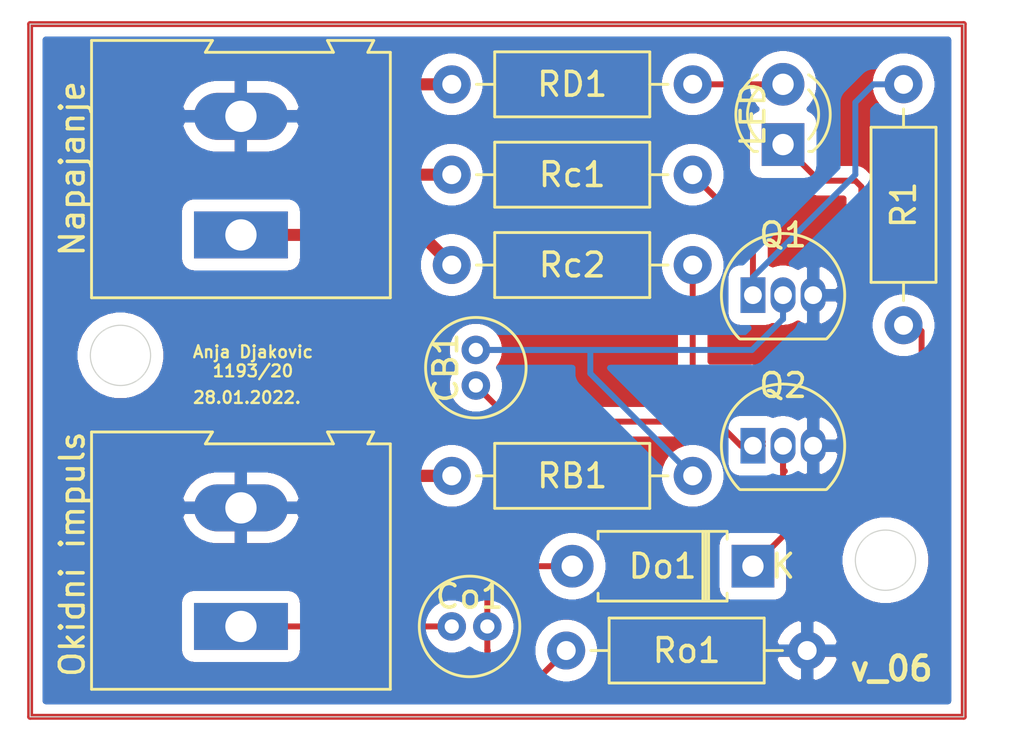
<source format=kicad_pcb>
(kicad_pcb (version 20171130) (host pcbnew "(5.1.10)-1")
  (layers (0 F.Cu signal) (31 B.Cu signal) (34 B.Paste user) (35 F.Paste user) (36 B.SilkS user) (37 F.SilkS user) (38 B.Mask user) (39 F.Mask user) (44 Edge.Cuts user))
  (net 0 "")
  (net 1 "Net-(CB1-Pad1)")
  (net 2 "Net-(CB1-Pad2)")
  (net 3 "Net-(Co1-Pad2)")
  (net 4 "Net-(Co1-Pad1)")
  (net 5 "Net-(D1-Pad2)")
  (net 6 "Net-(Do1-Pad1)")
  (net 7 GND)
  (net 8 VCC)
  (net 9 "Net-(Q1-Pad1)")
  (module Resistor_THT:R_Axial_DIN0207_L6.3mm_D2.5mm_P10.16mm_Horizontal (layer F.Cu) (at 111.76 82.55)
    (fp_text reference Rc1 (at 5.08 0) (layer F.SilkS))
    (fp_text value 242)
    (fp_line (start 1.81 -1.37) (end 1.81 1.37) (layer F.SilkS) (width 0.12))
    (fp_line (start 1.81 1.37) (end 8.35 1.37) (layer F.SilkS) (width 0.12))
    (fp_line (start 8.35 1.37) (end 8.35 -1.37) (layer F.SilkS) (width 0.12))
    (fp_line (start 8.35 -1.37) (end 1.81 -1.37) (layer F.SilkS) (width 0.12))
    (fp_line (start 1.04 0) (end 1.81 0) (layer F.SilkS) (width 0.12))
    (fp_line (start 9.12 0) (end 8.35 0) (layer F.SilkS) (width 0.12))
    (pad 1 thru_hole circle (at 0 0) (size 1.6 1.6) (drill 0.8) (layers *.Cu *.Mask) (net 8 VCC))
    (pad 2 thru_hole oval (at 10.16 0) (size 1.6 1.6) (drill 0.8) (layers *.Cu *.Mask) (net 9 "Net-(Q1-Pad1)"))
  )
  (module Resistor_THT:R_Axial_DIN0207_L6.3mm_D2.5mm_P10.16mm_Horizontal (layer F.Cu) (at 111.76 78.74)
    (fp_text reference RD1 (at 5.08 0) (layer F.SilkS))
    (fp_text value 155k)
    (fp_line (start 9.12 0) (end 8.35 0) (layer F.SilkS) (width 0.12))
    (fp_line (start 1.04 0) (end 1.81 0) (layer F.SilkS) (width 0.12))
    (fp_line (start 8.35 -1.37) (end 1.81 -1.37) (layer F.SilkS) (width 0.12))
    (fp_line (start 8.35 1.37) (end 8.35 -1.37) (layer F.SilkS) (width 0.12))
    (fp_line (start 1.81 1.37) (end 8.35 1.37) (layer F.SilkS) (width 0.12))
    (fp_line (start 1.81 -1.37) (end 1.81 1.37) (layer F.SilkS) (width 0.12))
    (pad 2 thru_hole oval (at 10.16 0) (size 1.6 1.6) (drill 0.8) (layers *.Cu *.Mask) (net 5 "Net-(D1-Pad2)"))
    (pad 1 thru_hole circle (at 0 0) (size 1.6 1.6) (drill 0.8) (layers *.Cu *.Mask) (net 8 VCC))
  )
  (module TerminalBlock:TerminalBlock_Altech_AK300-2_P5.00mm (layer F.Cu) (at 102.87 85.09 90)
    (fp_text reference Napajanje (at 2.794 -7.112 90) (layer F.SilkS))
    (fp_text value Napajanje)
    (fp_line (start 8.2 -6.3) (end -2.65 -6.3) (layer F.SilkS) (width 0.12))
    (fp_line (start 8.2 -1.2) (end 8.2 -6.3) (layer F.SilkS) (width 0.12))
    (fp_line (start 7.7 -1.5) (end 8.2 -1.2) (layer F.SilkS) (width 0.12))
    (fp_line (start 7.7 3.9) (end 7.7 -1.5) (layer F.SilkS) (width 0.12))
    (fp_line (start 8.2 3.65) (end 7.7 3.9) (layer F.SilkS) (width 0.12))
    (fp_line (start 8.2 3.7) (end 8.2 3.65) (layer F.SilkS) (width 0.12))
    (fp_line (start 8.2 5.6) (end 8.2 3.7) (layer F.SilkS) (width 0.12))
    (fp_line (start 7.7 5.35) (end 8.2 5.6) (layer F.SilkS) (width 0.12))
    (fp_line (start 7.7 6.3) (end 7.7 5.35) (layer F.SilkS) (width 0.12))
    (fp_line (start -2.65 6.3) (end 7.7 6.3) (layer F.SilkS) (width 0.12))
    (fp_line (start -2.65 -6.3) (end -2.65 6.3) (layer F.SilkS) (width 0.12))
    (pad 2 thru_hole oval (at 5 0 90) (size 1.98 3.96) (drill 1.32) (layers *.Cu *.Mask) (net 7 GND))
    (pad 1 thru_hole rect (at 0 0 90) (size 1.98 3.96) (drill 1.32) (layers *.Cu *.Mask) (net 8 VCC))
  )
  (module LED_THT:LED_D3.0mm (layer F.Cu) (at 125.73 81.28 90)
    (fp_text reference LED (at 1.27 -1.27 90) (layer F.SilkS))
    (fp_text value RED)
    (fp_line (start -0.29 -1.236) (end -0.29 -1.08) (layer F.SilkS) (width 0.12))
    (fp_line (start -0.29 1.08) (end -0.29 1.236) (layer F.SilkS) (width 0.12))
    (fp_arc (start 1.27 0) (end -0.29 -1.235516) (angle 108.8) (layer F.SilkS) (width 0.12))
    (fp_arc (start 1.27 0) (end -0.29 1.235516) (angle -108.8) (layer F.SilkS) (width 0.12))
    (fp_arc (start 1.27 0) (end 0.229039 -1.08) (angle 87.9) (layer F.SilkS) (width 0.12))
    (fp_arc (start 1.27 0) (end 0.229039 1.08) (angle -87.9) (layer F.SilkS) (width 0.12))
    (pad 1 thru_hole rect (at 0 0 90) (size 1.8 1.8) (drill 0.9) (layers *.Cu *.Mask) (net 1 "Net-(CB1-Pad1)"))
    (pad 2 thru_hole circle (at 2.54 0 90) (size 1.8 1.8) (drill 0.9) (layers *.Cu *.Mask) (net 5 "Net-(D1-Pad2)"))
  )
  (module Capacitor_THT:C_Radial_D4.0mm_H5.0mm_P1.50mm (layer F.Cu) (at 111.76 101.6)
    (fp_text reference Co1 (at 0.75 -1.27) (layer F.SilkS))
    (fp_text value 1uF)
    (fp_circle (center 0.75 0) (end 2.87 0) (layer F.SilkS) (width 0.12))
    (pad 2 thru_hole circle (at 1.5 0) (size 1.2 1.2) (drill 0.6) (layers *.Cu *.Mask) (net 3 "Net-(Co1-Pad2)"))
    (pad 1 thru_hole circle (at 0 0) (size 1.2 1.2) (drill 0.6) (layers *.Cu *.Mask) (net 4 "Net-(Co1-Pad1)"))
  )
  (module Capacitor_THT:C_Radial_D4.0mm_H5.0mm_P1.50mm (layer F.Cu) (at 112.776 91.44 90)
    (fp_text reference CB1 (at 0.75 -1.27 90) (layer F.SilkS))
    (fp_text value 33.2uF)
    (fp_circle (center 0.75 0) (end 2.87 0) (layer F.SilkS) (width 0.12))
    (pad 1 thru_hole circle (at 0 0 90) (size 1.2 1.2) (drill 0.6) (layers *.Cu *.Mask) (net 1 "Net-(CB1-Pad1)"))
    (pad 2 thru_hole circle (at 1.5 0 90) (size 1.2 1.2) (drill 0.6) (layers *.Cu *.Mask) (net 2 "Net-(CB1-Pad2)"))
  )
  (module Diode_THT:D_A-405_P7.62mm_Horizontal (layer F.Cu) (at 124.46 99.06 180)
    (fp_text reference Do1 (at 3.81 0 180) (layer F.SilkS))
    (fp_text value D)
    (fp_line (start 1.09 -1.14) (end 1.09 -1.47) (layer F.SilkS) (width 0.12))
    (fp_line (start 1.09 -1.47) (end 6.53 -1.47) (layer F.SilkS) (width 0.12))
    (fp_line (start 6.53 -1.47) (end 6.53 -1.14) (layer F.SilkS) (width 0.12))
    (fp_line (start 1.09 1.14) (end 1.09 1.47) (layer F.SilkS) (width 0.12))
    (fp_line (start 1.09 1.47) (end 6.53 1.47) (layer F.SilkS) (width 0.12))
    (fp_line (start 6.53 1.47) (end 6.53 1.14) (layer F.SilkS) (width 0.12))
    (fp_line (start 1.99 -1.47) (end 1.99 1.47) (layer F.SilkS) (width 0.12))
    (fp_line (start 2.11 -1.47) (end 2.11 1.47) (layer F.SilkS) (width 0.12))
    (fp_line (start 1.87 -1.47) (end 1.87 1.47) (layer F.SilkS) (width 0.12))
    (fp_text user K (at -1.27 0) (layer F.SilkS))
    (pad 1 thru_hole rect (at 0 0 180) (size 1.8 1.8) (drill 0.9) (layers *.Cu *.Mask) (net 6 "Net-(Do1-Pad1)"))
    (pad 2 thru_hole oval (at 7.62 0 180) (size 1.8 1.8) (drill 0.9) (layers *.Cu *.Mask) (net 3 "Net-(Co1-Pad2)"))
  )
  (module TerminalBlock:TerminalBlock_Altech_AK300-2_P5.00mm (layer F.Cu) (at 102.87 101.6 90)
    (fp_text reference "Okidni impuls" (at 3.048 -7.112 90) (layer F.SilkS))
    (fp_text value "Okidni impuls")
    (fp_line (start -2.65 -6.3) (end -2.65 6.3) (layer F.SilkS) (width 0.12))
    (fp_line (start -2.65 6.3) (end 7.7 6.3) (layer F.SilkS) (width 0.12))
    (fp_line (start 7.7 6.3) (end 7.7 5.35) (layer F.SilkS) (width 0.12))
    (fp_line (start 7.7 5.35) (end 8.2 5.6) (layer F.SilkS) (width 0.12))
    (fp_line (start 8.2 5.6) (end 8.2 3.7) (layer F.SilkS) (width 0.12))
    (fp_line (start 8.2 3.7) (end 8.2 3.65) (layer F.SilkS) (width 0.12))
    (fp_line (start 8.2 3.65) (end 7.7 3.9) (layer F.SilkS) (width 0.12))
    (fp_line (start 7.7 3.9) (end 7.7 -1.5) (layer F.SilkS) (width 0.12))
    (fp_line (start 7.7 -1.5) (end 8.2 -1.2) (layer F.SilkS) (width 0.12))
    (fp_line (start 8.2 -1.2) (end 8.2 -6.3) (layer F.SilkS) (width 0.12))
    (fp_line (start 8.2 -6.3) (end -2.65 -6.3) (layer F.SilkS) (width 0.12))
    (pad 1 thru_hole rect (at 0 0 90) (size 1.98 3.96) (drill 1.32) (layers *.Cu *.Mask) (net 4 "Net-(Co1-Pad1)"))
    (pad 2 thru_hole oval (at 5 0 90) (size 1.98 3.96) (drill 1.32) (layers *.Cu *.Mask) (net 7 GND))
  )
  (module Package_TO_SOT_THT:TO-92_Inline (layer F.Cu) (at 124.46 87.63)
    (fp_text reference Q1 (at 1.27 -2.54) (layer F.SilkS))
    (fp_text value BC547)
    (fp_line (start -0.53 1.85) (end 3.07 1.85) (layer F.SilkS) (width 0.12))
    (fp_arc (start 1.27 0) (end 1.27 -2.6) (angle -135) (layer F.SilkS) (width 0.12))
    (fp_arc (start 1.27 0) (end 1.27 -2.6) (angle 135) (layer F.SilkS) (width 0.12))
    (pad 2 thru_hole oval (at 1.27 0) (size 1.05 1.5) (drill 0.75) (layers *.Cu *.Mask) (net 2 "Net-(CB1-Pad2)"))
    (pad 3 thru_hole oval (at 2.54 0) (size 1.05 1.5) (drill 0.75) (layers *.Cu *.Mask) (net 7 GND))
    (pad 1 thru_hole rect (at 0 0) (size 1.05 1.5) (drill 0.75) (layers *.Cu *.Mask) (net 9 "Net-(Q1-Pad1)"))
  )
  (module Package_TO_SOT_THT:TO-92_Inline (layer F.Cu) (at 124.46 93.98)
    (fp_text reference Q2 (at 1.27 -2.54) (layer F.SilkS))
    (fp_text value BC547)
    (fp_line (start -0.53 1.85) (end 3.07 1.85) (layer F.SilkS) (width 0.12))
    (fp_arc (start 1.27 0) (end 1.27 -2.6) (angle 135) (layer F.SilkS) (width 0.12))
    (fp_arc (start 1.27 0) (end 1.27 -2.6) (angle -135) (layer F.SilkS) (width 0.12))
    (pad 1 thru_hole rect (at 0 0) (size 1.05 1.5) (drill 0.75) (layers *.Cu *.Mask) (net 1 "Net-(CB1-Pad1)"))
    (pad 3 thru_hole oval (at 2.54 0) (size 1.05 1.5) (drill 0.75) (layers *.Cu *.Mask) (net 7 GND))
    (pad 2 thru_hole oval (at 1.27 0) (size 1.05 1.5) (drill 0.75) (layers *.Cu *.Mask) (net 6 "Net-(Do1-Pad1)"))
  )
  (module Resistor_THT:R_Axial_DIN0207_L6.3mm_D2.5mm_P10.16mm_Horizontal (layer F.Cu) (at 130.81 88.9 90)
    (fp_text reference R1 (at 5.08 0 90) (layer F.SilkS))
    (fp_text value 4k)
    (fp_line (start 9.12 0) (end 8.35 0) (layer F.SilkS) (width 0.12))
    (fp_line (start 1.04 0) (end 1.81 0) (layer F.SilkS) (width 0.12))
    (fp_line (start 8.35 -1.37) (end 1.81 -1.37) (layer F.SilkS) (width 0.12))
    (fp_line (start 8.35 1.37) (end 8.35 -1.37) (layer F.SilkS) (width 0.12))
    (fp_line (start 1.81 1.37) (end 8.35 1.37) (layer F.SilkS) (width 0.12))
    (fp_line (start 1.81 -1.37) (end 1.81 1.37) (layer F.SilkS) (width 0.12))
    (pad 2 thru_hole oval (at 10.16 0 90) (size 1.6 1.6) (drill 0.8) (layers *.Cu *.Mask) (net 9 "Net-(Q1-Pad1)"))
    (pad 1 thru_hole circle (at 0 0 90) (size 1.6 1.6) (drill 0.8) (layers *.Cu *.Mask) (net 6 "Net-(Do1-Pad1)"))
  )
  (module Resistor_THT:R_Axial_DIN0207_L6.3mm_D2.5mm_P10.16mm_Horizontal (layer F.Cu) (at 111.76 95.25)
    (fp_text reference RB1 (at 5.08 0) (layer F.SilkS))
    (fp_text value 4.3k)
    (fp_line (start 1.81 -1.37) (end 1.81 1.37) (layer F.SilkS) (width 0.12))
    (fp_line (start 1.81 1.37) (end 8.35 1.37) (layer F.SilkS) (width 0.12))
    (fp_line (start 8.35 1.37) (end 8.35 -1.37) (layer F.SilkS) (width 0.12))
    (fp_line (start 8.35 -1.37) (end 1.81 -1.37) (layer F.SilkS) (width 0.12))
    (fp_line (start 1.04 0) (end 1.81 0) (layer F.SilkS) (width 0.12))
    (fp_line (start 9.12 0) (end 8.35 0) (layer F.SilkS) (width 0.12))
    (pad 1 thru_hole circle (at 0 0) (size 1.6 1.6) (drill 0.8) (layers *.Cu *.Mask) (net 8 VCC))
    (pad 2 thru_hole oval (at 10.16 0) (size 1.6 1.6) (drill 0.8) (layers *.Cu *.Mask) (net 2 "Net-(CB1-Pad2)"))
  )
  (module Resistor_THT:R_Axial_DIN0207_L6.3mm_D2.5mm_P10.16mm_Horizontal (layer F.Cu) (at 111.76 86.36)
    (fp_text reference Rc2 (at 5.08 0) (layer F.SilkS))
    (fp_text value 2.42k)
    (fp_line (start 9.12 0) (end 8.35 0) (layer F.SilkS) (width 0.12))
    (fp_line (start 1.04 0) (end 1.81 0) (layer F.SilkS) (width 0.12))
    (fp_line (start 8.35 -1.37) (end 1.81 -1.37) (layer F.SilkS) (width 0.12))
    (fp_line (start 8.35 1.37) (end 8.35 -1.37) (layer F.SilkS) (width 0.12))
    (fp_line (start 1.81 1.37) (end 8.35 1.37) (layer F.SilkS) (width 0.12))
    (fp_line (start 1.81 -1.37) (end 1.81 1.37) (layer F.SilkS) (width 0.12))
    (pad 2 thru_hole oval (at 10.16 0) (size 1.6 1.6) (drill 0.8) (layers *.Cu *.Mask) (net 1 "Net-(CB1-Pad1)"))
    (pad 1 thru_hole circle (at 0 0) (size 1.6 1.6) (drill 0.8) (layers *.Cu *.Mask) (net 8 VCC))
  )
  (module Resistor_THT:R_Axial_DIN0207_L6.3mm_D2.5mm_P10.16mm_Horizontal (layer F.Cu) (at 116.586 102.616)
    (fp_text reference Ro1 (at 5.08 0) (layer F.SilkS))
    (fp_text value 100)
    (fp_line (start 1.81 -1.37) (end 1.81 1.37) (layer F.SilkS) (width 0.12))
    (fp_line (start 1.81 1.37) (end 8.35 1.37) (layer F.SilkS) (width 0.12))
    (fp_line (start 8.35 1.37) (end 8.35 -1.37) (layer F.SilkS) (width 0.12))
    (fp_line (start 8.35 -1.37) (end 1.81 -1.37) (layer F.SilkS) (width 0.12))
    (fp_line (start 1.04 0) (end 1.81 0) (layer F.SilkS) (width 0.12))
    (fp_line (start 9.12 0) (end 8.35 0) (layer F.SilkS) (width 0.12))
    (pad 1 thru_hole circle (at 0 0) (size 1.6 1.6) (drill 0.8) (layers *.Cu *.Mask) (net 3 "Net-(Co1-Pad2)"))
    (pad 2 thru_hole oval (at 10.16 0) (size 1.6 1.6) (drill 0.8) (layers *.Cu *.Mask) (net 7 GND))
  )
  (gr_text v_06 (at 130.302 103.378) (layer F.SilkS) (effects (font (size 1 1) (thickness 0.2))))
  (gr_text 28.01.2022. (at 103.124 91.948) (layer F.SilkS) (effects (font (size 0.5 0.5) (thickness 0.1))))
  (gr_text "Anja Djakovic\n1193/20" (at 103.378 90.424) (layer F.SilkS) (effects (font (size 0.5 0.5) (thickness 0.1))))
  (gr_circle (center 130.048 98.806) (end 130.048 100.076) (layer Edge.Cuts) (width 0.05))
  (gr_circle (center 97.79 90.17) (end 99.06 90.17) (layer Edge.Cuts) (width 0.05))
  (gr_line (start 93.98 105.41) (end 93.98 76.2) (layer Edge.Cuts) (width 0.05))
  (gr_line (start 133.35 105.41) (end 93.98 105.41) (layer Edge.Cuts) (width 0.05))
  (gr_line (start 133.35 76.2) (end 133.35 105.41) (layer Edge.Cuts) (width 0.05))
  (gr_line (start 93.98 76.2) (end 133.35 76.2) (layer Edge.Cuts) (width 0.05))
  (segment (start 93.98 76.2) (end 93.98 105.41) (width 0.25) (layer F.Cu) (net 0))
  (segment (start 93.98 105.41) (end 133.35 105.41) (width 0.25) (layer F.Cu) (net 0))
  (segment (start 133.35 105.41) (end 133.35 76.2) (width 0.25) (layer F.Cu) (net 0))
  (segment (start 133.35 76.2) (end 93.98 76.2) (width 0.25) (layer F.Cu) (net 0))
  (segment (start 124.46 93.98) (end 123.952 93.98) (width 0.25) (layer F.Cu) (net 1))
  (segment (start 123.952 93.98) (end 122.936 92.964) (width 0.25) (layer F.Cu) (net 1))
  (segment (start 114.3 92.964) (end 112.776 91.44) (width 0.25) (layer F.Cu) (net 1))
  (segment (start 124.46 93.98) (end 124.46 93.472) (width 0.25) (layer F.Cu) (net 1))
  (segment (start 124.714 93.98) (end 124.87999 93.98) (width 0.25) (layer F.Cu) (net 1))
  (segment (start 124.46 93.98) (end 124.714 93.98) (width 0.25) (layer F.Cu) (net 1))
  (segment (start 124.714 93.98) (end 124.87999 93.81401) (width 0.25) (layer F.Cu) (net 1))
  (segment (start 121.92 86.36) (end 121.92 90.678) (width 0.25) (layer F.Cu) (net 1))
  (segment (start 121.92 92.964) (end 114.3 92.964) (width 0.25) (layer F.Cu) (net 1))
  (segment (start 122.936 92.964) (end 121.92 92.964) (width 0.25) (layer F.Cu) (net 1))
  (segment (start 129.032 91.186) (end 121.92 91.186) (width 0.25) (layer F.Cu) (net 1))
  (segment (start 129.032 83.058) (end 129.032 91.186) (width 0.25) (layer F.Cu) (net 1))
  (segment (start 127.254 82.804) (end 128.778 82.804) (width 0.25) (layer F.Cu) (net 1))
  (segment (start 125.73 81.28) (end 127.254 82.804) (width 0.25) (layer F.Cu) (net 1))
  (segment (start 128.778 82.804) (end 129.032 83.058) (width 0.25) (layer F.Cu) (net 1))
  (segment (start 121.92 91.186) (end 121.92 92.964) (width 0.25) (layer F.Cu) (net 1))
  (segment (start 121.92 90.678) (end 121.92 91.186) (width 0.25) (layer F.Cu) (net 1))
  (segment (start 125.73 88.63) (end 125.73 87.63) (width 0.25) (layer B.Cu) (net 2))
  (segment (start 125.73 88.646) (end 125.73 87.63) (width 0.25) (layer B.Cu) (net 2))
  (segment (start 125.73 88.63) (end 124.42 89.94) (width 0.25) (layer B.Cu) (net 2))
  (segment (start 115.038 89.94) (end 112.776 89.94) (width 0.25) (layer B.Cu) (net 2))
  (segment (start 115.34 89.94) (end 115.038 89.94) (width 0.25) (layer B.Cu) (net 2))
  (segment (start 112.776 89.94) (end 119.658 89.94) (width 0.25) (layer B.Cu) (net 2))
  (segment (start 124.42 89.94) (end 119.658 89.94) (width 0.25) (layer B.Cu) (net 2))
  (segment (start 121.92 95.25) (end 117.602 90.932) (width 0.25) (layer B.Cu) (net 2))
  (segment (start 117.602 89.964) (end 117.626 89.94) (width 0.25) (layer B.Cu) (net 2))
  (segment (start 117.602 90.932) (end 117.602 89.964) (width 0.25) (layer B.Cu) (net 2))
  (segment (start 117.626 89.94) (end 115.038 89.94) (width 0.25) (layer B.Cu) (net 2))
  (segment (start 119.658 89.94) (end 117.626 89.94) (width 0.25) (layer B.Cu) (net 2))
  (segment (start 113.26 101.6) (end 113.26 102.592) (width 0.25) (layer F.Cu) (net 3))
  (segment (start 113.26 102.592) (end 113.284 102.616) (width 0.25) (layer F.Cu) (net 3))
  (segment (start 113.26 101.6) (end 113.26 100.354) (width 0.25) (layer F.Cu) (net 3))
  (segment (start 114.554 99.06) (end 116.84 99.06) (width 0.25) (layer F.Cu) (net 3))
  (segment (start 113.26 100.354) (end 114.554 99.06) (width 0.25) (layer F.Cu) (net 3))
  (segment (start 116.586 102.616) (end 115.57 103.632) (width 0.25) (layer F.Cu) (net 3))
  (segment (start 115.57 103.632) (end 114.046 103.632) (width 0.25) (layer F.Cu) (net 3))
  (segment (start 113.26 102.846) (end 113.26 102.592) (width 0.25) (layer F.Cu) (net 3))
  (segment (start 114.046 103.632) (end 113.26 102.846) (width 0.25) (layer F.Cu) (net 3))
  (segment (start 102.87 101.6) (end 111.76 101.6) (width 0.25) (layer F.Cu) (net 4))
  (segment (start 125.73 78.74) (end 121.92 78.74) (width 0.25) (layer F.Cu) (net 5))
  (segment (start 125.73 97.79) (end 124.46 99.06) (width 0.25) (layer F.Cu) (net 6))
  (segment (start 125.73 93.98) (end 125.73 93.472) (width 0.25) (layer F.Cu) (net 6))
  (segment (start 125.73 94.98) (end 125.73 93.98) (width 0.25) (layer F.Cu) (net 6))
  (segment (start 125.80501 95.05501) (end 125.73 94.98) (width 0.25) (layer F.Cu) (net 6))
  (segment (start 131.572 89.154) (end 131.572 92.964) (width 0.25) (layer F.Cu) (net 6))
  (segment (start 131.318 88.9) (end 131.572 89.154) (width 0.25) (layer F.Cu) (net 6))
  (segment (start 130.81 88.9) (end 131.318 88.9) (width 0.25) (layer F.Cu) (net 6))
  (segment (start 125.73 96.52) (end 128.016 96.52) (width 0.25) (layer F.Cu) (net 6))
  (segment (start 129.54 94.996) (end 129.48099 95.05501) (width 0.25) (layer F.Cu) (net 6))
  (segment (start 131.572 92.964) (end 129.54 94.996) (width 0.25) (layer F.Cu) (net 6))
  (segment (start 128.016 96.52) (end 129.54 94.996) (width 0.25) (layer F.Cu) (net 6))
  (segment (start 125.73 93.98) (end 125.73 96.52) (width 0.25) (layer F.Cu) (net 6))
  (segment (start 125.73 96.52) (end 125.73 97.79) (width 0.25) (layer F.Cu) (net 6))
  (segment (start 102.87 85.09) (end 102.87 85.852) (width 0.25) (layer F.Cu) (net 8))
  (segment (start 110.744 95.25) (end 111.76 95.25) (width 0.25) (layer F.Cu) (net 8))
  (segment (start 101.854 85.09) (end 101.092 85.852) (width 0.25) (layer F.Cu) (net 8))
  (segment (start 102.87 85.09) (end 101.854 85.09) (width 0.25) (layer F.Cu) (net 8))
  (segment (start 110.49 85.09) (end 111.76 86.36) (width 0.508) (layer F.Cu) (net 8))
  (segment (start 111.76 82.55) (end 108.966 82.55) (width 0.508) (layer F.Cu) (net 8))
  (segment (start 108.966 82.55) (end 107.696 83.82) (width 0.508) (layer F.Cu) (net 8))
  (segment (start 107.696 83.82) (end 107.696 85.09) (width 0.508) (layer F.Cu) (net 8))
  (segment (start 111.76 78.74) (end 109.22 78.74) (width 0.508) (layer F.Cu) (net 8))
  (segment (start 105.664 82.296) (end 105.664 85.09) (width 0.508) (layer F.Cu) (net 8))
  (segment (start 109.22 78.74) (end 105.664 82.296) (width 0.508) (layer F.Cu) (net 8))
  (segment (start 102.87 85.09) (end 105.664 85.09) (width 0.508) (layer F.Cu) (net 8))
  (segment (start 107.696 85.09) (end 108.712 85.09) (width 0.508) (layer F.Cu) (net 8))
  (segment (start 108.712 85.09) (end 110.49 85.09) (width 0.508) (layer F.Cu) (net 8))
  (segment (start 110.49 95.25) (end 111.76 95.25) (width 0.508) (layer F.Cu) (net 8))
  (segment (start 107.188 85.09) (end 107.696 85.09) (width 0.508) (layer F.Cu) (net 8))
  (segment (start 105.664 85.09) (end 107.188 85.09) (width 0.508) (layer F.Cu) (net 8))
  (segment (start 109.474 95.25) (end 111.76 95.25) (width 0.508) (layer F.Cu) (net 8))
  (segment (start 107.188 92.964) (end 109.474 95.25) (width 0.508) (layer F.Cu) (net 8))
  (segment (start 107.188 85.09) (end 107.188 92.964) (width 0.508) (layer F.Cu) (net 8))
  (segment (start 124.206 87.376) (end 124.46 87.63) (width 0.25) (layer F.Cu) (net 9))
  (segment (start 124.206 87.376) (end 124.46 87.63) (width 0.25) (layer B.Cu) (net 9))
  (segment (start 129.54 78.74) (end 128.778 79.502) (width 0.25) (layer B.Cu) (net 9))
  (segment (start 130.81 78.74) (end 129.54 78.74) (width 0.25) (layer B.Cu) (net 9))
  (segment (start 128.778 79.502) (end 128.778 82.55) (width 0.25) (layer B.Cu) (net 9))
  (segment (start 124.46 86.868) (end 124.46 87.63) (width 0.25) (layer B.Cu) (net 9))
  (segment (start 128.778 82.55) (end 124.46 86.868) (width 0.25) (layer B.Cu) (net 9))
  (segment (start 121.92 82.55) (end 121.92 83.058) (width 0.25) (layer F.Cu) (net 9))
  (segment (start 121.92 82.55) (end 122.936 83.566) (width 0.25) (layer F.Cu) (net 9))
  (segment (start 124.46 85.09) (end 121.92 82.55) (width 0.25) (layer F.Cu) (net 9))
  (segment (start 124.46 87.63) (end 124.46 85.09) (width 0.25) (layer F.Cu) (net 9))
  (zone (net 7) (net_name GND) (layer F.Cu) (connect_pads (clearance 0.508)) (min_thickness 0.254) (fill yes (arc_segments 32) (thermal_gap 0.508) (thermal_bridge_width 0.508))
    (polygon (pts (xy 133.35 105.41) (xy 93.98 105.41) (xy 93.98 76.2) (xy 133.35 76.2)))
  )
  (zone (net 7) (net_name GND) (layer F.Cu) (connect_pads (clearance 0.508)) (min_thickness 0.254) (fill yes (arc_segments 32) (thermal_gap 0.508) (thermal_bridge_width 0.508))
    (polygon (pts (xy 133.096 105.41) (xy 93.98 105.41) (xy 93.98 76.2) (xy 133.096 76.2)))
  )
  (zone (net 7) (net_name GND) (layer B.Cu) (connect_pads (clearance 0.508)) (min_thickness 0.254) (fill yes (arc_segments 32) (thermal_gap 0.508) (thermal_bridge_width 0.508))
    (polygon (pts (xy 133.604 105.664) (xy 93.726 105.664) (xy 93.726 75.692) (xy 133.604 75.692)))
  )
  (zone (net 7) (net_name GND) (layer B.Cu) (connect_pads (clearance 0.508)) (min_thickness 0.254) (fill yes (arc_segments 32) (thermal_gap 0.508) (thermal_bridge_width 0.508))
    (polygon (pts (xy 133.604 105.664) (xy 93.726 105.664) (xy 93.472 75.692) (xy 133.604 75.692)))
  )
  (zone (net 7) (net_name GND) (layer F.Cu) (connect_pads (clearance 0.508)) (min_thickness 0.254) (fill yes (arc_segments 32) (thermal_gap 0.508) (thermal_bridge_width 0.508))
    (polygon (pts (xy 133.604 105.664) (xy 93.726 105.664) (xy 93.472 75.692) (xy 133.604 75.692)))
  )
  (zone (net 7) (net_name GND) (layer F.Cu) (connect_pads (clearance 0.508)) (min_thickness 0.254) (fill yes (arc_segments 32) (thermal_gap 0.508) (thermal_bridge_width 0.508))
    (polygon (pts (xy 133.604 105.664) (xy 93.726 105.664) (xy 93.472 75.692) (xy 133.604 75.692)))
  )
  (zone (net 7) (net_name GND) (layer F.Cu) (connect_pads (clearance 0.508)) (min_thickness 0.254) (fill yes (arc_segments 32) (thermal_gap 0.508) (thermal_bridge_width 0.508))
    (polygon (pts (xy 133.604 105.664) (xy 93.218 105.664) (xy 93.218 75.692) (xy 133.604 75.692)))
  )
  (zone (net 7) (net_name GND) (layer B.Cu) (connect_pads (clearance 0.508)) (min_thickness 0.254) (fill yes (arc_segments 32) (thermal_gap 0.508) (thermal_bridge_width 0.508))
    (polygon (pts (xy 133.604 105.664) (xy 93.218 105.664) (xy 93.218 75.692) (xy 133.604 75.692)))
  )
  (zone (net 7) (net_name GND) (layer F.Cu) (connect_pads (clearance 0.508)) (min_thickness 0.254) (fill yes (arc_segments 32) (thermal_gap 0.508) (thermal_bridge_width 0.508))
    (polygon (pts (xy 133.604 105.664) (xy 93.218 105.664) (xy 93.218 75.692) (xy 133.604 75.692)))
  )
  (zone (net 7) (net_name GND) (layer B.Cu) (connect_pads (clearance 0.508)) (min_thickness 0.254) (fill yes (arc_segments 32) (thermal_gap 0.508) (thermal_bridge_width 0.508))
    (polygon (pts (xy 135.89 106.172) (xy 92.71 106.172) (xy 92.71 75.184) (xy 135.89 75.184)))
  )
  (zone (net 7) (net_name GND) (layer B.Cu) (connect_pads (clearance 0.508)) (min_thickness 0.254) (fill yes (arc_segments 32) (thermal_gap 0.508) (thermal_bridge_width 0.508))
    (polygon (pts (xy 133.604 105.664) (xy 93.218 105.664) (xy 93.218 75.692) (xy 133.604 75.692)))
  )
  (zone (net 7) (net_name GND) (layer F.Cu) (connect_pads (clearance 0.508)) (min_thickness 0.254) (fill yes (arc_segments 32) (thermal_gap 0.508) (thermal_bridge_width 0.508))
    (polygon (pts (xy 133.604 105.664) (xy 93.218 105.664) (xy 93.218 75.946) (xy 133.604 75.946)))
  )
  (zone (net 7) (net_name GND) (layer B.Cu) (connect_pads (clearance 0.508)) (min_thickness 0.254) (fill yes (arc_segments 32) (thermal_gap 0.508) (thermal_bridge_width 0.508))
    (polygon (pts (xy 133.604 105.41) (xy 93.218 105.41) (xy 93.218 75.946) (xy 133.604 75.946)))
  )
  (zone (net 7) (net_name GND) (layer F.Cu) (connect_pads (clearance 0.508)) (min_thickness 0.254) (fill yes (arc_segments 32) (thermal_gap 0.508) (thermal_bridge_width 0.508))
    (polygon (pts (xy 133.35 105.41) (xy 93.726 105.918) (xy 93.726 76.2) (xy 133.35 76.2)))
  )
)
</source>
